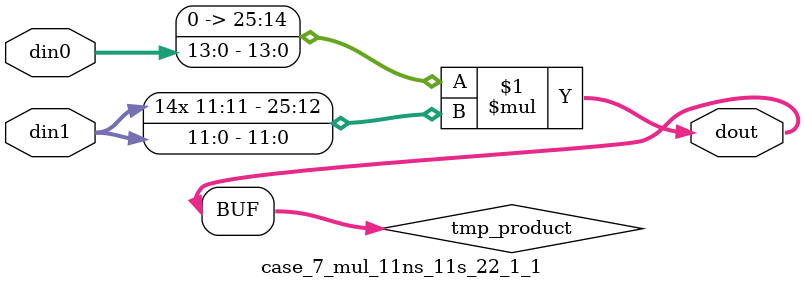
<source format=v>

`timescale 1 ns / 1 ps

 (* use_dsp = "no" *)  module case_7_mul_11ns_11s_22_1_1(din0, din1, dout);
parameter ID = 1;
parameter NUM_STAGE = 0;
parameter din0_WIDTH = 14;
parameter din1_WIDTH = 12;
parameter dout_WIDTH = 26;

input [din0_WIDTH - 1 : 0] din0; 
input [din1_WIDTH - 1 : 0] din1; 
output [dout_WIDTH - 1 : 0] dout;

wire signed [dout_WIDTH - 1 : 0] tmp_product;

























assign tmp_product = $signed({1'b0, din0}) * $signed(din1);










assign dout = tmp_product;





















endmodule

</source>
